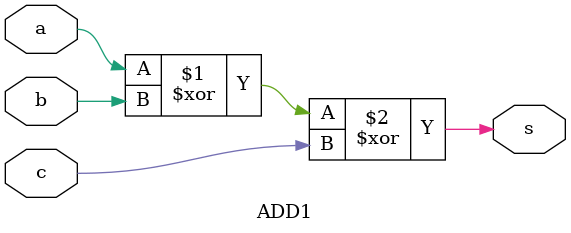
<source format=v>
`timescale 1ns / 1ps


module ADD1(
		input a,
		input b,
		input c,
		output s
    );
    assign s = a ^ b ^ c;
    
endmodule
</source>
